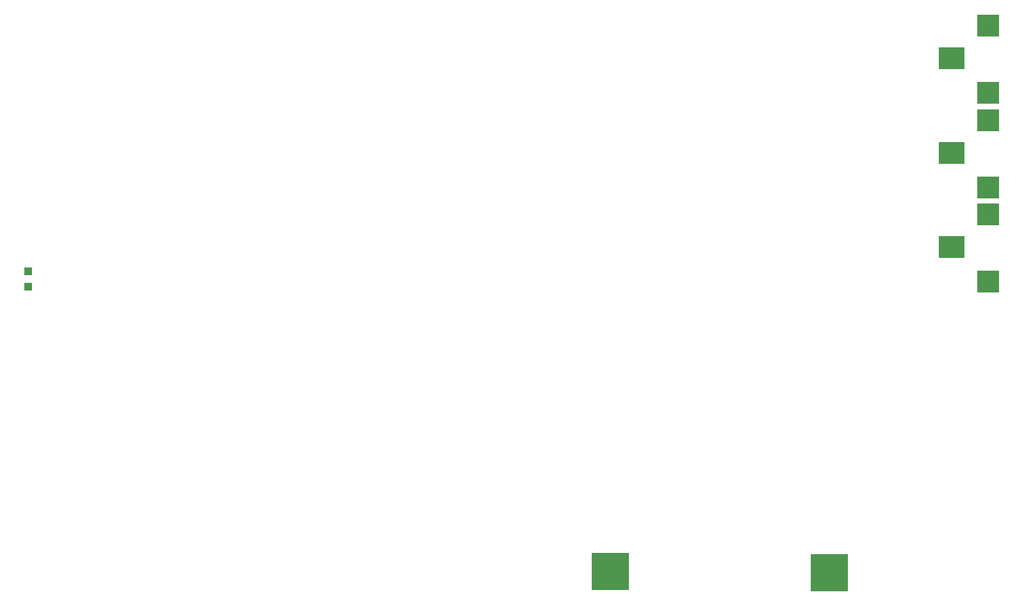
<source format=gbp>
G04*
G04 #@! TF.GenerationSoftware,Altium Limited,Altium Designer,21.2.1 (34)*
G04*
G04 Layer_Color=128*
%FSLAX24Y24*%
%MOIN*%
G70*
G04*
G04 #@! TF.SameCoordinates,50E8038E-39F9-4302-AF09-D4DFFB075F86*
G04*
G04*
G04 #@! TF.FilePolarity,Positive*
G04*
G01*
G75*
%ADD17R,0.0394X0.0394*%
%ADD77R,0.1969X0.1969*%
%ADD78R,0.1181X0.1181*%
%ADD79R,0.1378X0.1181*%
D17*
X7912Y19398D02*
D03*
Y18610D02*
D03*
D77*
X49600Y3700D02*
D03*
X38200Y3750D02*
D03*
D78*
X57870Y28681D02*
D03*
Y32181D02*
D03*
Y23778D02*
D03*
Y27278D02*
D03*
X57880Y18854D02*
D03*
Y22354D02*
D03*
D79*
X55970Y30481D02*
D03*
Y25578D02*
D03*
X55980Y20654D02*
D03*
M02*

</source>
